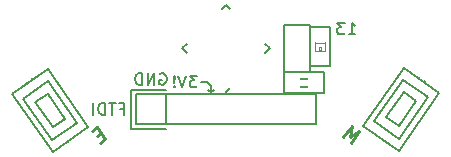
<source format=gbo>
G04 #@! TF.FileFunction,Legend,Bot*
%FSLAX46Y46*%
G04 Gerber Fmt 4.6, Leading zero omitted, Abs format (unit mm)*
G04 Created by KiCad (PCBNEW (2015-03-11 BZR 5506)-product) date Wed 11 Mar 2015 07:08:27 PM CET*
%MOMM*%
G01*
G04 APERTURE LIST*
%ADD10C,0.100000*%
%ADD11C,0.200000*%
%ADD12C,0.250000*%
%ADD13C,0.150000*%
%ADD14R,1.700000X1.700000*%
%ADD15C,1.700000*%
%ADD16C,1.450000*%
%ADD17R,1.150000X1.050000*%
%ADD18R,1.548600X1.347940*%
%ADD19R,1.048220X1.149820*%
G04 APERTURE END LIST*
D10*
D11*
X144551904Y-93610000D02*
X144647142Y-93562381D01*
X144789999Y-93562381D01*
X144932857Y-93610000D01*
X145028095Y-93705238D01*
X145075714Y-93800476D01*
X145123333Y-93990952D01*
X145123333Y-94133810D01*
X145075714Y-94324286D01*
X145028095Y-94419524D01*
X144932857Y-94514762D01*
X144789999Y-94562381D01*
X144694761Y-94562381D01*
X144551904Y-94514762D01*
X144504285Y-94467143D01*
X144504285Y-94133810D01*
X144694761Y-94133810D01*
X144075714Y-94562381D02*
X144075714Y-93562381D01*
X143504285Y-94562381D01*
X143504285Y-93562381D01*
X143028095Y-94562381D02*
X143028095Y-93562381D01*
X142790000Y-93562381D01*
X142647142Y-93610000D01*
X142551904Y-93705238D01*
X142504285Y-93800476D01*
X142456666Y-93990952D01*
X142456666Y-94133810D01*
X142504285Y-94324286D01*
X142551904Y-94419524D01*
X142647142Y-94514762D01*
X142790000Y-94562381D01*
X143028095Y-94562381D01*
X160530476Y-90292381D02*
X161101905Y-90292381D01*
X160816191Y-90292381D02*
X160816191Y-89292381D01*
X160911429Y-89435238D01*
X161006667Y-89530476D01*
X161101905Y-89578095D01*
X160197143Y-89292381D02*
X159578095Y-89292381D01*
X159911429Y-89673333D01*
X159768571Y-89673333D01*
X159673333Y-89720952D01*
X159625714Y-89768571D01*
X159578095Y-89863810D01*
X159578095Y-90101905D01*
X159625714Y-90197143D01*
X159673333Y-90244762D01*
X159768571Y-90292381D01*
X160054286Y-90292381D01*
X160149524Y-90244762D01*
X160197143Y-90197143D01*
X148860000Y-94670000D02*
X148510000Y-94320000D01*
X148860000Y-95170000D02*
X148860000Y-94670000D01*
X148860000Y-95170000D02*
X149120000Y-94960000D01*
X148860000Y-95170000D02*
X148600000Y-94960000D01*
X148510000Y-94320000D02*
X148050000Y-94320000D01*
X147690000Y-93772381D02*
X147070952Y-93772381D01*
X147404286Y-94153333D01*
X147261428Y-94153333D01*
X147166190Y-94200952D01*
X147118571Y-94248571D01*
X147070952Y-94343810D01*
X147070952Y-94581905D01*
X147118571Y-94677143D01*
X147166190Y-94724762D01*
X147261428Y-94772381D01*
X147547143Y-94772381D01*
X147642381Y-94724762D01*
X147690000Y-94677143D01*
X146785238Y-93772381D02*
X146451905Y-94772381D01*
X146118571Y-93772381D01*
X145785238Y-94677143D02*
X145737619Y-94724762D01*
X145785238Y-94772381D01*
X145832857Y-94724762D01*
X145785238Y-94677143D01*
X145785238Y-94772381D01*
X145785238Y-94391429D02*
X145832857Y-93820000D01*
X145785238Y-93772381D01*
X145737619Y-93820000D01*
X145785238Y-94391429D01*
X145785238Y-93772381D01*
D12*
X160744951Y-99452173D02*
X161433243Y-98469191D01*
X160613945Y-98941890D01*
X160777921Y-98010329D01*
X160089629Y-98993312D01*
X139584616Y-98628936D02*
X139256955Y-98858367D01*
X139477062Y-99471589D02*
X139945149Y-99143831D01*
X139256857Y-98160849D01*
X138788770Y-98488607D01*
D11*
X142129000Y-94989000D02*
X145050000Y-94989000D01*
X142129000Y-98291000D02*
X142129000Y-94989000D01*
X145050000Y-98291000D02*
X142129000Y-98291000D01*
X142510000Y-95370000D02*
X142510000Y-97910000D01*
X142510000Y-97910000D02*
X157750000Y-97910000D01*
X157750000Y-97910000D02*
X157750000Y-95370000D01*
X157750000Y-95370000D02*
X142510000Y-95370000D01*
X145050000Y-95370000D02*
X145050000Y-97910000D01*
X157290000Y-89690000D02*
X158930000Y-89690000D01*
X158930000Y-93010000D02*
X158930000Y-89690000D01*
X157290000Y-93010000D02*
X158930000Y-93010000D01*
X157290000Y-89690000D02*
X157290000Y-93010000D01*
D10*
X158559780Y-90998560D02*
X158559780Y-91698560D01*
X157659780Y-91698560D02*
X157659780Y-90998560D01*
X157809780Y-92198560D02*
X157659780Y-92198560D01*
X157659780Y-92198560D02*
X157659780Y-91698560D01*
X157659780Y-91698560D02*
X158559780Y-91698560D01*
X158559780Y-91698560D02*
X158559780Y-92198560D01*
X158559780Y-92198560D02*
X158409780Y-92198560D01*
X158559780Y-90498560D02*
X158384780Y-90498560D01*
X157659780Y-90498560D02*
X157834780Y-90498560D01*
X158559780Y-90498560D02*
X158559780Y-90998560D01*
X158559780Y-90998560D02*
X157659780Y-90998560D01*
X157659780Y-90998560D02*
X157659780Y-90498560D01*
X157985320Y-91323560D02*
X158234240Y-91323560D01*
X158234240Y-91323560D02*
X158234240Y-91572480D01*
X157985320Y-91572480D02*
X158234240Y-91572480D01*
X157985320Y-91323560D02*
X157985320Y-91572480D01*
X157810060Y-92196520D02*
G75*
G02X158409500Y-92196520I299720J0D01*
G01*
X158384100Y-90500600D02*
G75*
G02X157835460Y-90500600I-274320J0D01*
G01*
D11*
X155090000Y-93490000D02*
X155090000Y-89490000D01*
X155090000Y-93490000D02*
X157290000Y-93490000D01*
X157290000Y-93490000D02*
X157290000Y-89490000D01*
X157290000Y-89490000D02*
X155090000Y-89490000D01*
X137560503Y-97752297D02*
X135094124Y-94229943D01*
X135094124Y-94229943D02*
X132964329Y-95721241D01*
X132964329Y-95721241D02*
X135430708Y-99243595D01*
X135430708Y-99243595D02*
X137560503Y-97752297D01*
X136540514Y-97428842D02*
X135049215Y-95299047D01*
X135049215Y-95299047D02*
X133984318Y-96044696D01*
X133984318Y-96044696D02*
X135475617Y-98174491D01*
X135475617Y-98174491D02*
X136540514Y-97428842D01*
X133787432Y-94107240D02*
X133213856Y-93288088D01*
X133213856Y-93288088D02*
X132722365Y-93632234D01*
X132722365Y-93632234D02*
X133295941Y-94451386D01*
X137228891Y-99022152D02*
X137802467Y-99841304D01*
X137802467Y-99841304D02*
X137310976Y-100185450D01*
X137310976Y-100185450D02*
X136737400Y-99366298D01*
X135057118Y-93218196D02*
X132026255Y-95340429D01*
X132026255Y-95340429D02*
X135467714Y-100255342D01*
X135467714Y-100255342D02*
X138498577Y-98133109D01*
X138498577Y-98133109D02*
X135057118Y-93218196D01*
X164815134Y-99135052D02*
X167281513Y-95612698D01*
X167281513Y-95612698D02*
X165151718Y-94121400D01*
X165151718Y-94121400D02*
X162685339Y-97643754D01*
X162685339Y-97643754D02*
X164815134Y-99135052D01*
X164770225Y-98065948D02*
X166261524Y-95936153D01*
X166261524Y-95936153D02*
X165196627Y-95190504D01*
X165196627Y-95190504D02*
X163705328Y-97320299D01*
X163705328Y-97320299D02*
X164770225Y-98065948D01*
X166949901Y-94342843D02*
X167523477Y-93523691D01*
X167523477Y-93523691D02*
X167031986Y-93179545D01*
X167031986Y-93179545D02*
X166458410Y-93998697D01*
X163508442Y-99257755D02*
X162934866Y-100076907D01*
X162934866Y-100076907D02*
X162443375Y-99732761D01*
X162443375Y-99732761D02*
X163016951Y-98913609D01*
X168219587Y-95231886D02*
X165188724Y-93109653D01*
X165188724Y-93109653D02*
X161747265Y-98024566D01*
X161747265Y-98024566D02*
X164778128Y-100146799D01*
X164778128Y-100146799D02*
X168219587Y-95231886D01*
X158490000Y-93490000D02*
X155090000Y-93490000D01*
X155090000Y-93490000D02*
X155090000Y-95290000D01*
X155090000Y-95290000D02*
X158490000Y-95290000D01*
X158490000Y-95290000D02*
X158490000Y-93490000D01*
X156358200Y-94821800D02*
X155951800Y-94821800D01*
X155951800Y-94821800D02*
X155951800Y-93958200D01*
X156358200Y-93958200D02*
X155951800Y-93958200D01*
X156358200Y-94821800D02*
X156358200Y-93958200D01*
X157628200Y-94821800D02*
X157221800Y-94821800D01*
X157221800Y-94821800D02*
X157221800Y-93958200D01*
X157628200Y-93958200D02*
X157221800Y-93958200D01*
X157628200Y-94821800D02*
X157628200Y-93958200D01*
X157221800Y-94745600D02*
X156358200Y-94745600D01*
X156358200Y-94034400D02*
X157221800Y-94034400D01*
D13*
X153860046Y-91480676D02*
X153488815Y-91109445D01*
X146435424Y-91480676D02*
X146806655Y-91851907D01*
X150147735Y-87768365D02*
X150518966Y-88139596D01*
X150147735Y-95192987D02*
X150518966Y-94821756D01*
X146435424Y-91480676D02*
X146806655Y-91109445D01*
X150147735Y-87768365D02*
X149776504Y-88139596D01*
X153860046Y-91480676D02*
X153488815Y-91851907D01*
D11*
X141200190Y-96568571D02*
X141533524Y-96568571D01*
X141533524Y-97092381D02*
X141533524Y-96092381D01*
X141057333Y-96092381D01*
X140819238Y-96092381D02*
X140247809Y-96092381D01*
X140533524Y-97092381D02*
X140533524Y-96092381D01*
X139914476Y-97092381D02*
X139914476Y-96092381D01*
X139676381Y-96092381D01*
X139533523Y-96140000D01*
X139438285Y-96235238D01*
X139390666Y-96330476D01*
X139343047Y-96520952D01*
X139343047Y-96663810D01*
X139390666Y-96854286D01*
X139438285Y-96949524D01*
X139533523Y-97044762D01*
X139676381Y-97092381D01*
X139914476Y-97092381D01*
X138914476Y-97092381D02*
X138914476Y-96092381D01*
%LPC*%
D14*
X143780000Y-96640000D03*
D15*
X146320000Y-96640000D03*
X148860000Y-96640000D03*
X151400000Y-96640000D03*
X153940000Y-96640000D03*
X156480000Y-96640000D03*
D16*
X137023435Y-92544529D03*
X139863103Y-92572534D03*
X138136897Y-94827466D03*
X140976565Y-94855471D03*
D17*
X158110000Y-90450000D03*
X158110000Y-92250000D03*
D16*
X160903629Y-91431066D03*
X162629834Y-93685997D03*
X159790166Y-93714003D03*
X161516371Y-95968934D03*
D18*
X156190000Y-90540040D03*
X156190000Y-92439960D03*
D10*
G36*
X138578729Y-100121783D02*
X137309043Y-101010827D01*
X136419999Y-99741141D01*
X137689685Y-98852097D01*
X138578729Y-100121783D01*
X138578729Y-100121783D01*
G37*
G36*
X134104833Y-93732397D02*
X132835147Y-94621441D01*
X131946103Y-93351755D01*
X133215789Y-92462711D01*
X134104833Y-93732397D01*
X134104833Y-93732397D01*
G37*
G36*
X162936799Y-100902284D02*
X161667113Y-100013240D01*
X162556157Y-98743554D01*
X163825843Y-99632598D01*
X162936799Y-100902284D01*
X162936799Y-100902284D01*
G37*
G36*
X167410695Y-94512898D02*
X166141009Y-93623854D01*
X167030053Y-92354168D01*
X168299739Y-93243212D01*
X167410695Y-94512898D01*
X167410695Y-94512898D01*
G37*
D19*
X157638360Y-94390000D03*
X155941640Y-94390000D03*
D10*
G36*
X149529017Y-94786400D02*
X149316885Y-94574268D01*
X149847215Y-94043938D01*
X150059347Y-94256070D01*
X149529017Y-94786400D01*
X149529017Y-94786400D01*
G37*
G36*
X149175463Y-94432847D02*
X148963331Y-94220715D01*
X149493661Y-93690385D01*
X149705793Y-93902517D01*
X149175463Y-94432847D01*
X149175463Y-94432847D01*
G37*
G36*
X148821910Y-94079293D02*
X148609778Y-93867161D01*
X149140108Y-93336831D01*
X149352240Y-93548963D01*
X148821910Y-94079293D01*
X148821910Y-94079293D01*
G37*
G36*
X148468356Y-93725740D02*
X148256224Y-93513608D01*
X148786554Y-92983278D01*
X148998686Y-93195410D01*
X148468356Y-93725740D01*
X148468356Y-93725740D01*
G37*
G36*
X148114803Y-93372187D02*
X147902671Y-93160055D01*
X148433001Y-92629725D01*
X148645133Y-92841857D01*
X148114803Y-93372187D01*
X148114803Y-93372187D01*
G37*
G36*
X147761250Y-93018633D02*
X147549118Y-92806501D01*
X148079448Y-92276171D01*
X148291580Y-92488303D01*
X147761250Y-93018633D01*
X147761250Y-93018633D01*
G37*
G36*
X147407696Y-92665080D02*
X147195564Y-92452948D01*
X147725894Y-91922618D01*
X147938026Y-92134750D01*
X147407696Y-92665080D01*
X147407696Y-92665080D01*
G37*
G36*
X147054143Y-92311526D02*
X146842011Y-92099394D01*
X147372341Y-91569064D01*
X147584473Y-91781196D01*
X147054143Y-92311526D01*
X147054143Y-92311526D01*
G37*
G36*
X146842011Y-90861958D02*
X147054143Y-90649826D01*
X147584473Y-91180156D01*
X147372341Y-91392288D01*
X146842011Y-90861958D01*
X146842011Y-90861958D01*
G37*
G36*
X147195564Y-90508404D02*
X147407696Y-90296272D01*
X147938026Y-90826602D01*
X147725894Y-91038734D01*
X147195564Y-90508404D01*
X147195564Y-90508404D01*
G37*
G36*
X147549118Y-90154851D02*
X147761250Y-89942719D01*
X148291580Y-90473049D01*
X148079448Y-90685181D01*
X147549118Y-90154851D01*
X147549118Y-90154851D01*
G37*
G36*
X147902671Y-89801297D02*
X148114803Y-89589165D01*
X148645133Y-90119495D01*
X148433001Y-90331627D01*
X147902671Y-89801297D01*
X147902671Y-89801297D01*
G37*
G36*
X148256224Y-89447744D02*
X148468356Y-89235612D01*
X148998686Y-89765942D01*
X148786554Y-89978074D01*
X148256224Y-89447744D01*
X148256224Y-89447744D01*
G37*
G36*
X148609778Y-89094191D02*
X148821910Y-88882059D01*
X149352240Y-89412389D01*
X149140108Y-89624521D01*
X148609778Y-89094191D01*
X148609778Y-89094191D01*
G37*
G36*
X148963331Y-88740637D02*
X149175463Y-88528505D01*
X149705793Y-89058835D01*
X149493661Y-89270967D01*
X148963331Y-88740637D01*
X148963331Y-88740637D01*
G37*
G36*
X149316885Y-88387084D02*
X149529017Y-88174952D01*
X150059347Y-88705282D01*
X149847215Y-88917414D01*
X149316885Y-88387084D01*
X149316885Y-88387084D01*
G37*
G36*
X150448255Y-88917414D02*
X150236123Y-88705282D01*
X150766453Y-88174952D01*
X150978585Y-88387084D01*
X150448255Y-88917414D01*
X150448255Y-88917414D01*
G37*
G36*
X150801809Y-89270967D02*
X150589677Y-89058835D01*
X151120007Y-88528505D01*
X151332139Y-88740637D01*
X150801809Y-89270967D01*
X150801809Y-89270967D01*
G37*
G36*
X151155362Y-89624521D02*
X150943230Y-89412389D01*
X151473560Y-88882059D01*
X151685692Y-89094191D01*
X151155362Y-89624521D01*
X151155362Y-89624521D01*
G37*
G36*
X151508916Y-89978074D02*
X151296784Y-89765942D01*
X151827114Y-89235612D01*
X152039246Y-89447744D01*
X151508916Y-89978074D01*
X151508916Y-89978074D01*
G37*
G36*
X151862469Y-90331627D02*
X151650337Y-90119495D01*
X152180667Y-89589165D01*
X152392799Y-89801297D01*
X151862469Y-90331627D01*
X151862469Y-90331627D01*
G37*
G36*
X152216022Y-90685181D02*
X152003890Y-90473049D01*
X152534220Y-89942719D01*
X152746352Y-90154851D01*
X152216022Y-90685181D01*
X152216022Y-90685181D01*
G37*
G36*
X152569576Y-91038734D02*
X152357444Y-90826602D01*
X152887774Y-90296272D01*
X153099906Y-90508404D01*
X152569576Y-91038734D01*
X152569576Y-91038734D01*
G37*
G36*
X152923129Y-91392288D02*
X152710997Y-91180156D01*
X153241327Y-90649826D01*
X153453459Y-90861958D01*
X152923129Y-91392288D01*
X152923129Y-91392288D01*
G37*
G36*
X152710997Y-91781196D02*
X152923129Y-91569064D01*
X153453459Y-92099394D01*
X153241327Y-92311526D01*
X152710997Y-91781196D01*
X152710997Y-91781196D01*
G37*
G36*
X152357444Y-92134750D02*
X152569576Y-91922618D01*
X153099906Y-92452948D01*
X152887774Y-92665080D01*
X152357444Y-92134750D01*
X152357444Y-92134750D01*
G37*
G36*
X152003890Y-92488303D02*
X152216022Y-92276171D01*
X152746352Y-92806501D01*
X152534220Y-93018633D01*
X152003890Y-92488303D01*
X152003890Y-92488303D01*
G37*
G36*
X151650337Y-92841857D02*
X151862469Y-92629725D01*
X152392799Y-93160055D01*
X152180667Y-93372187D01*
X151650337Y-92841857D01*
X151650337Y-92841857D01*
G37*
G36*
X151296784Y-93195410D02*
X151508916Y-92983278D01*
X152039246Y-93513608D01*
X151827114Y-93725740D01*
X151296784Y-93195410D01*
X151296784Y-93195410D01*
G37*
G36*
X150943230Y-93548963D02*
X151155362Y-93336831D01*
X151685692Y-93867161D01*
X151473560Y-94079293D01*
X150943230Y-93548963D01*
X150943230Y-93548963D01*
G37*
G36*
X150589677Y-93902517D02*
X150801809Y-93690385D01*
X151332139Y-94220715D01*
X151120007Y-94432847D01*
X150589677Y-93902517D01*
X150589677Y-93902517D01*
G37*
G36*
X150236123Y-94256070D02*
X150448255Y-94043938D01*
X150978585Y-94574268D01*
X150766453Y-94786400D01*
X150236123Y-94256070D01*
X150236123Y-94256070D01*
G37*
G36*
X150147735Y-91516032D02*
X148892620Y-90260917D01*
X150147735Y-89005802D01*
X151402850Y-90260917D01*
X150147735Y-91516032D01*
X150147735Y-91516032D01*
G37*
G36*
X151367494Y-92735791D02*
X150112379Y-91480676D01*
X151367494Y-90225561D01*
X152622609Y-91480676D01*
X151367494Y-92735791D01*
X151367494Y-92735791D01*
G37*
G36*
X148927976Y-92735791D02*
X147672861Y-91480676D01*
X148927976Y-90225561D01*
X150183091Y-91480676D01*
X148927976Y-92735791D01*
X148927976Y-92735791D01*
G37*
G36*
X150147735Y-93955550D02*
X148892620Y-92700435D01*
X150147735Y-91445320D01*
X151402850Y-92700435D01*
X150147735Y-93955550D01*
X150147735Y-93955550D01*
G37*
M02*

</source>
